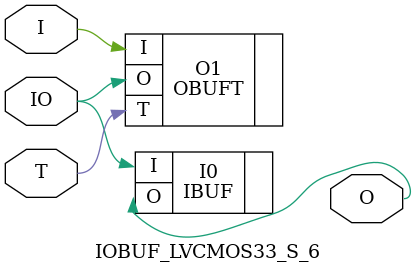
<source format=v>


`timescale  1 ps / 1 ps


module IOBUF_LVCMOS33_S_6 (O, IO, I, T);

    output O;

    inout  IO;

    input  I, T;

        OBUFT #(.IOSTANDARD("LVCMOS33"), .SLEW("SLOW"), .DRIVE(6)) O1 (.O(IO), .I(I), .T(T)); 
	IBUF #(.IOSTANDARD("LVCMOS33"))  I0 (.O(O), .I(IO));
        

endmodule



</source>
